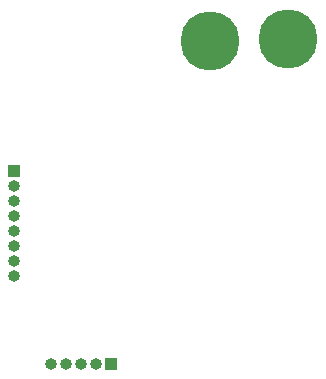
<source format=gbr>
%TF.GenerationSoftware,KiCad,Pcbnew,7.0.9-7.0.9~ubuntu22.04.1*%
%TF.CreationDate,2024-01-17T18:17:55+01:00*%
%TF.ProjectId,driver_seperate,64726976-6572-45f7-9365-706572617465,rev?*%
%TF.SameCoordinates,Original*%
%TF.FileFunction,Soldermask,Bot*%
%TF.FilePolarity,Negative*%
%FSLAX46Y46*%
G04 Gerber Fmt 4.6, Leading zero omitted, Abs format (unit mm)*
G04 Created by KiCad (PCBNEW 7.0.9-7.0.9~ubuntu22.04.1) date 2024-01-17 18:17:55*
%MOMM*%
%LPD*%
G01*
G04 APERTURE LIST*
%ADD10C,5.000000*%
%ADD11R,1.000000X1.000000*%
%ADD12O,1.000000X1.000000*%
G04 APERTURE END LIST*
D10*
%TO.C,IN-1*%
X162052000Y-84074000D03*
%TD*%
D11*
%TO.C,J1*%
X138785600Y-95300800D03*
D12*
X138785600Y-96570800D03*
X138785600Y-97840800D03*
X138785600Y-99110800D03*
X138785600Y-100380800D03*
X138785600Y-101650800D03*
X138785600Y-102920800D03*
X138785600Y-104190800D03*
%TD*%
D10*
%TO.C,IN+1*%
X155397200Y-84248800D03*
%TD*%
D11*
%TO.C,J2*%
X147066000Y-111633000D03*
D12*
X145796000Y-111633000D03*
X144526000Y-111633000D03*
X143256000Y-111633000D03*
X141986000Y-111633000D03*
%TD*%
M02*

</source>
